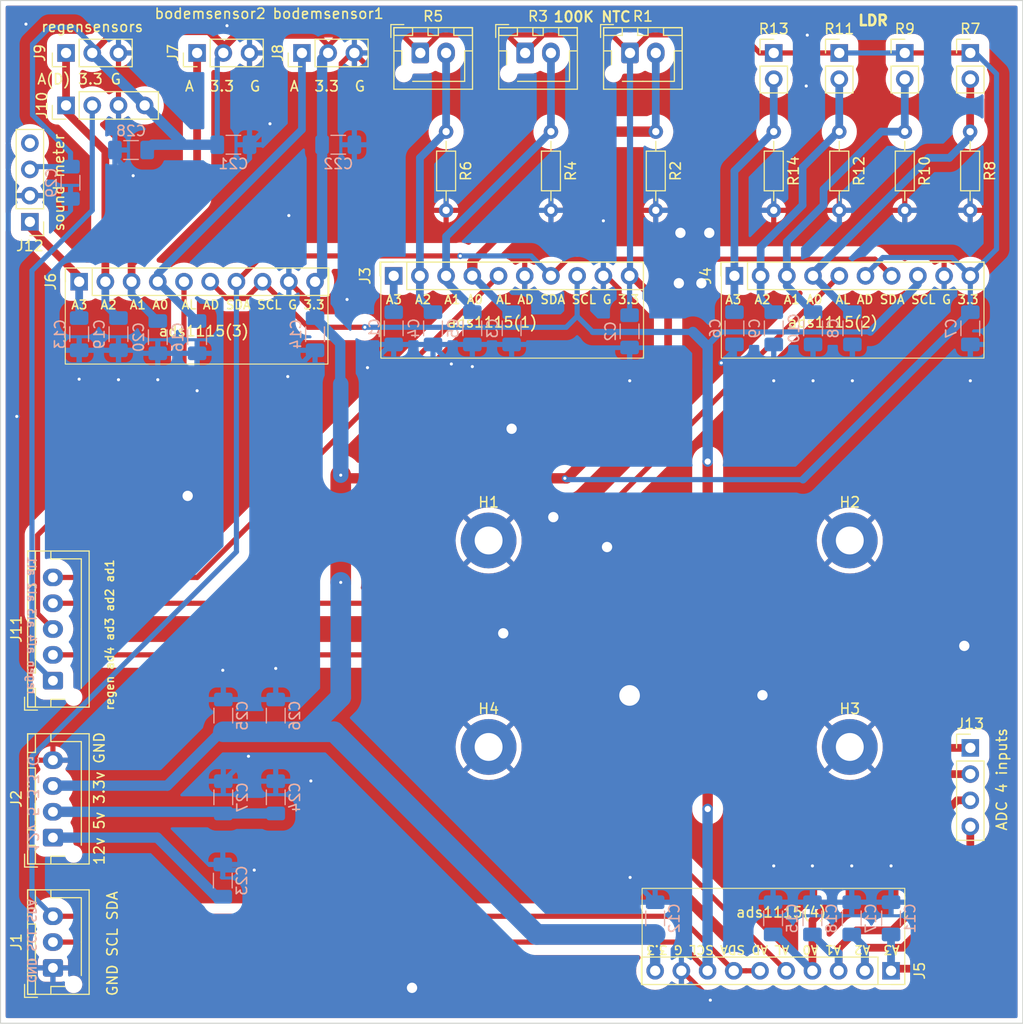
<source format=kicad_pcb>
(kicad_pcb (version 20240108) (generator "pcbnew") (generator_version "8.0")
  (layers (0 "F.Cu" signal) (31 "B.Cu" signal) (34 "B.Paste" user) (35 "F.Paste" user) (36 "B.SilkS" user "B.Silkscreen") (37 "F.SilkS" user "F.Silkscreen") (38 "B.Mask" user) (39 "F.Mask" user) (44 "Edge.Cuts" user))
  (net 0 "")
  (net 1 "GND")
  (net 2 "ADC-1 A3")
  (net 3 "+3.3V")
  (net 4 "ADC-1 A0")
  (net 5 "ADC-1 A2")
  (net 6 "ADC-1 A1")
  (net 7 "ADC-2 A3")
  (net 8 "ADC-2 A0")
  (net 9 "ADC-2 A2")
  (net 10 "ADC-2 A1")
  (net 11 "ADC-4 A3")
  (net 12 "ADC-3 A3")
  (net 13 "ADC-4 A0")
  (net 14 "ADC-3 A0")
  (net 15 "ADC-4 A2")
  (net 16 "ADC-4 A1")
  (net 17 "ADC-3 A2")
  (net 18 "ADC-3 A1")
  (net 19 "+12L")
  (net 20 "+5V")
  (net 21 "sda")
  (net 22 "scl")
  (net 23 "ADC1 alert")
  (net 24 "ADC2 alert")
  (net 25 "ADC4 alert")
  (net 26 "ADC3 alert")
  (net 27 "regen-digitaal")
  (footprint "MountingHole:MountingHole_2.7mm_M2.5_Pad" (layer "F.Cu") (at 95 85)
    (property "Reference" "H3")
    (property "Value" "MountingHole_Pad")
  )
  (footprint "Connector_PinHeader_2.54mm:PinHeader_1x02_P2.54mm_Vertical" (layer "F.Cu") (at 100.33 17.78)
    (property "Reference" "R9")
    (property "Value" "LDR07")
  )
  (footprint "Connector_JST:JST_XH_B5B-XH-AM_1x05_P2.50mm_Vertical" (layer "F.Cu") (at 17.78 78.58 90)
    (property "Reference" "J11")
    (property "Value" "adc_alerts")
  )
  (footprint "Connector_PinSocket_2.54mm:PinSocket_1x10_P2.54mm_Vertical" (layer "F.Cu") (at 20.32 39.935 90)
    (property "Reference" "J6")
    (property "Value" "ads1115 (3)")
  )
  (footprint "Connector_PinSocket_2.54mm:PinSocket_1x10_P2.54mm_Vertical" (layer "F.Cu") (at 98.9987 106.68 -90)
    (property "Reference" "J5")
    (property "Value" "ads1115 (4)")
  )
  (footprint "MountingHole:MountingHole_2.7mm_M2.5_Pad" (layer "F.Cu") (at 60 65)
    (property "Reference" "H1")
    (property "Value" "MountingHole_Pad")
  )
  (footprint "Resistor_THT:R_Axial_DIN0204_L3.6mm_D1.6mm_P7.62mm_Horizontal" (layer "F.Cu") (at 55.88 25.4 -90)
    (property "Reference" "R6")
    (property "Value" "220k")
  )
  (footprint "Connector_PinHeader_2.54mm:PinHeader_1x03_P2.54mm_Vertical" (layer "F.Cu") (at 41.91 17.78 90)
    (property "Reference" "J8")
    (property "Value" "bodemsensor1 pins")
  )
  (footprint "Connector_JST:JST_XH_B4B-XH-AM_1x04_P2.50mm_Vertical" (layer "F.Cu") (at 17.78 93.78 90)
    (property "Reference" "J2")
    (property "Value" "power-in")
  )
  (footprint "Connector_JST:JST_XH_B3B-XH-AM_1x03_P2.50mm_Vertical" (layer "F.Cu") (at 17.78 106.4 90)
    (property "Reference" "J1")
    (property "Value" "i2c in out")
  )
  (footprint "Connector_JST:JST_XH_B2B-XH-AM_1x02_P2.50mm_Vertical" (layer "F.Cu") (at 63.54 17.78)
    (property "Reference" "R3")
    (property "Value" "R_Variable")
  )
  (footprint "Resistor_THT:R_Axial_DIN0204_L3.6mm_D1.6mm_P7.62mm_Horizontal" (layer "F.Cu") (at 93.98 25.4 -90)
    (property "Reference" "R12")
    (property "Value" "100k")
  )
  (footprint "Connector_PinHeader_2.54mm:PinHeader_1x02_P2.54mm_Vertical" (layer "F.Cu") (at 106.68 17.78)
    (property "Reference" "R7")
    (property "Value" "LDR07")
  )
  (footprint "Resistor_THT:R_Axial_DIN0204_L3.6mm_D1.6mm_P7.62mm_Horizontal" (layer "F.Cu") (at 66.04 25.4 -90)
    (property "Reference" "R4")
    (property "Value" "220k")
  )
  (footprint "Connector_PinSocket_2.54mm:PinSocket_1x10_P2.54mm_Vertical" (layer "F.Cu") (at 83.82 39.37 90)
    (property "Reference" "J4")
    (property "Value" "ads1115 (2)")
  )
  (footprint "MountingHole:MountingHole_2.7mm_M2.5_Pad" (layer "F.Cu") (at 60 85)
    (property "Reference" "H4")
    (property "Value" "MountingHole_Pad")
  )
  (footprint "Connector_PinHeader_2.54mm:PinHeader_1x03_P2.54mm_Vertical" (layer "F.Cu") (at 31.75 17.78 90)
    (property "Reference" "J7")
    (property "Value" "bodemsensor2 pins")
  )
  (footprint "Connector_JST:JST_XH_B2B-XH-AM_1x02_P2.50mm_Vertical" (layer "F.Cu") (at 53.38 17.78)
    (property "Reference" "R5")
    (property "Value" "R_Variable")
  )
  (footprint "Connector_PinHeader_2.54mm:PinHeader_1x04_P2.54mm_Vertical" (layer "F.Cu") (at 106.68 85.09)
    (property "Reference" "J13")
    (property "Value" "ADC 4 inputs")
  )
  (footprint "Connector_PinHeader_2.54mm:PinHeader_1x04_P2.54mm_Vertical" (layer "F.Cu") (at 19.05 22.86 90)
    (property "Reference" "J10")
    (property "Value" "regensensor2 pins" (hide yes))
  )
  (footprint "Connector_PinSocket_2.54mm:PinSocket_1x10_P2.54mm_Vertical" (layer "F.Cu") (at 50.8 39.37 90)
    (property "Reference" "J3")
    (property "Value" "ads1115 (1)")
  )
  (footprint "Connector_JST:JST_XH_B2B-XH-AM_1x02_P2.50mm_Vertical" (layer "F.Cu") (at 73.7 17.78)
    (property "Reference" "R1")
    (property "Value" "R_Variable")
  )
  (footprint "Connector_PinHeader_2.54mm:PinHeader_1x03_P2.54mm_Vertical" (layer "F.Cu") (at 19.05 17.78 90)
    (property "Reference" "J9")
    (property "Value" "regensensor1 pins" (hide yes))
  )
  (footprint "MountingHole:MountingHole_2.7mm_M2.5_Pad" (layer "F.Cu") (at 95 65)
    (property "Reference" "H2")
    (property "Value" "MountingHole_Pad")
  )
  (footprint "Resistor_THT:R_Axial_DIN0204_L3.6mm_D1.6mm_P7.62mm_Horizontal" (layer "F.Cu") (at 100.33 25.4 -90)
    (property "Reference" "R10")
    (property "Value" "100k")
  )
  (footprint "Connector_PinHeader_2.54mm:PinHeader_1x04_P2.54mm_Vertical" (layer "F.Cu") (at 15.5448 34.1376 180)
    (property "Reference" "J12")
    (property "Value" "sound meter")
  )
  (footprint "Connector_PinHeader_2.54mm:PinHeader_1x02_P2.54mm_Vertical" (layer "F.Cu") (at 93.98 17.78)
    (property "Reference" "R11")
    (property "Value" "LDR07")
  )
  (footprint "Resistor_THT:R_Axial_DIN0204_L3.6mm_D1.6mm_P7.62mm_Horizontal" (layer "F.Cu") (at 76.2 25.4 -90)
    (property "Reference" "R2")
    (property "Value" "220k")
  )
  (footprint "Resistor_THT:R_Axial_DIN0204_L3.6mm_D1.6mm_P7.62mm_Horizontal" (layer "F.Cu") (at 87.63 25.4 -90)
    (property "Reference" "R14")
    (property "Value" "100k")
  )
  (footprint "Resistor_THT:R_Axial_DIN0204_L3.6mm_D1.6mm_P7.62mm_Horizontal" (layer "F.Cu") (at 106.66 25.4 -90)
    (property "Reference" "R8")
    (property "Value" "100k")
  )
  (footprint "Connector_PinHeader_2.54mm:PinHeader_1x02_P2.54mm_Vertical" (layer "F.Cu") (at 87.63 17.78)
    (property "Reference" "R13")
    (property "Value" "LDR07")
  )
  (footprint "Capacitor_SMD:C_1206_3216Metric_Pad1.33x1.80mm_HandSolder" (layer "B.Cu") (at 91.44 44.45 -90)
    (property "Reference" "C10")
    (property "Value" "100uf")
  )
  (footprint "Capacitor_SMD:C_1206_3216Metric_Pad1.33x1.80mm_HandSolder" (layer "B.Cu") (at 27.94 45.3075 -90)
    (property "Reference" "C20")
    (property "Value" "100uf")
  )
  (footprint "Capacitor_SMD:C_1206_3216Metric_Pad1.33x1.80mm_HandSolder" (layer "B.Cu") (at 50.8 44.45 -90)
    (property "Reference" "C1")
    (property "Value" "100uf")
  )
  (footprint "Capacitor_SMD:C_1206_3216Metric_Pad1.33x1.80mm_HandSolder" (layer "B.Cu") (at 87.63 44.45 -90)
    (property "Reference" "C9")
    (property "Value" "100uf")
  )
  (footprint "Capacitor_SMD:C_1206_3216Metric_Pad1.33x1.80mm_HandSolder" (layer "B.Cu") (at 43.18 45.015 -90)
    (property "Reference" "C14")
    (property "Value" "10uf")
  )
  (footprint "Capacitor_SMD:C_1206_3216Metric_Pad1.33x1.80mm_HandSolder" (layer "B.Cu") (at 54.61 44.45 -90)
    (property "Reference" "C4")
    (property "Value" "100uf")
  )
  (footprint "Capacitor_SMD:C_1206_3216Metric_Pad1.33x1.80mm_HandSolder" (layer "B.Cu") (at 35.2675 26.67)
    (property "Reference" "C21")
    (property "Value" "100nf")
  )
  (footprint "Capacitor_SMD:C_1206_3216Metric_Pad1.33x1.80mm_HandSolder" (layer "B.Cu") (at 34.29 81.965 90)
    (property "Reference" "C25")
    (property "Value" "100nf")
  )
  (footprint "Capacitor_SMD:C_1206_3216Metric_Pad1.33x1.80mm_HandSolder" (layer "B.Cu") (at 95.25 44.45 -90)
    (property "Reference" "C8")
    (property "Value" "100uf")
  )
  (footprint "Capacitor_SMD:C_1206_3216Metric_Pad1.33x1.80mm_HandSolder" (layer "B.Cu") (at 95.1887 101.6 90)
    (property "Reference" "C17")
    (property "Value" "100uf")
  )
  (footprint "Capacitor_SMD:C_1206_3216Metric_Pad1.33x1.80mm_HandSolder" (layer "B.Cu") (at 106.68 44.45 -90)
    (property "Reference" "C7")
    (property "Value" "10uf")
  )
  (footprint "Capacitor_SMD:C_1206_3216Metric_Pad1.33x1.80mm_HandSolder" (layer "B.Cu") (at 34.29 89.8775 90)
    (property "Reference" "C27")
    (property "Value" "100nf")
  )
  (footprint "Capacitor_SMD:C_1206_3216Metric_Pad1.33x1.80mm_HandSolder" (layer "B.Cu") (at 39.37 89.8775 90)
    (property "Reference" "C24")
    (property "Value" "10uf")
  )
  (footprint "Capacitor_SMD:C_1206_3216Metric_Pad1.33x1.80mm_HandSolder" (layer "B.Cu") (at 73.66 44.7425 -90)
    (property "Reference" "C2")
    (property "Value" "10uf")
  )
  (footprint "Capacitor_SMD:C_1206_3216Metric_Pad1.33x1.80mm_HandSolder" (layer "B.Cu") (at 19.4818 30.353 -90)
    (property "Reference" "C29")
    (property "Value" "100nf")
  )
  (footprint "Capacitor_SMD:C_1206_3216Metric_Pad1.33x1.80mm_HandSolder" (layer "B.Cu") (at 91.3787 101.6 90)
    (property "Reference" "C18")
    (property "Value" "100uf")
  )
  (footprint "Capacitor_SMD:C_1206_3216Metric_Pad1.33x1.80mm_HandSolder" (layer "B.Cu") (at 45.4275 26.67)
    (property "Reference" "C22")
    (property "Value" "100nf")
  )
  (footprint "Capacitor_SMD:C_1206_3216Metric_Pad1.33x1.80mm_HandSolder" (layer "B.Cu") (at 62.23 44.45 -90)
    (property "Reference" "C3")
    (property "Value" "100uf")
  )
  (footprint "Capacitor_SMD:C_1206_3216Metric_Pad1.33x1.80mm_HandSolder" (layer "B.Cu") (at 20.32 45.015 -90)
    (property "Reference" "C13")
    (property "Value" "100uf")
  )
  (footprint "Capacitor_SMD:C_1206_3216Metric_Pad1.33x1.80mm_HandSolder" (layer "B.Cu") (at 31.75 45.3075 -90)
    (property "Reference" "C16")
    (property "Value" "100uf")
  )
  (footprint "Capacitor_SMD:C_1206_3216Metric_Pad1.33x1.80mm_HandSolder" (layer "B.Cu") (at 98.9987 101.6 90)
    (property "Reference" "C11")
    (property "Value" "100uf")
  )
  (footprint "Capacitor_SMD:C_1206_3216Metric_Pad1.33x1.80mm_HandSolder" (layer "B.Cu") (at 39.37 81.965 90)
    (property "Reference" "C26")
    (property "Value" "10uf")
  )
  (footprint "Capacitor_SMD:C_1206_3216Metric_Pad1.33x1.80mm_HandSolder" (layer "B.Cu") (at 25.3492 27.178 180)
    (property "Reference" "C28")
    (property "Value" "100nf")
  )
  (footprint "Capacitor_SMD:C_1206_3216Metric_Pad1.33x1.80mm_HandSolder" (layer "B.Cu") (at 87.5687 101.6 90)
    (property "Reference" "C15")
    (property "Value" "100uf")
  )
  (footprint "Capacitor_SMD:C_1206_3216Metric_Pad1.33x1.80mm_HandSolder" (layer "B.Cu") (at 76.1387 101.6 90)
    (property "Reference" "C12")
    (property "Value" "10uf")
  )
  (footprint "Capacitor_SMD:C_1206_3216Metric_Pad1.33x1.80mm_HandSolder" (layer "B.Cu") (at 24.13 45.015 -90)
    (property "Reference" "C19")
    (property "Value" "100uf")
  )
  (footprint "Capacitor_SMD:C_1206_3216Metric_Pad1.33x1.80mm_HandSolder" (layer "B.Cu") (at 34.2392 97.9424 90)
    (property "Reference" "C23")
    (property "Value" "10uf")
  )
  (footprint "Capacitor_SMD:C_1206_3216Metric_Pad1.33x1.80mm_HandSolder" (layer "B.Cu") (at 58.42 44.45 -90)
    (property "Reference" "C5")
    (property "Value" "100uf")
  )
  (footprint "Capacitor_SMD:C_1206_3216Metric_Pad1.33x1.80mm_HandSolder" (layer "B.Cu") (at 83.82 44.45 -90)
    (property "Reference" "C6")
    (property "Value" "100uf")
  )
  (gr_rect (start 82.55 38.026728) (end 108.003358 47.34014) (stroke (width 0.1)) (fill none) (layer "F.SilkS"))
  (gr_rect (start 49.558095 38.026728) (end 75.011453 47.34014) (stroke (width 0.1)) (fill none) (layer "F.SilkS"))
  (gr_rect (start 18.974212 38.599482) (end 44.42757 47.912894) (stroke (width 0.1)) (fill none) (layer "F.SilkS"))
  (gr_rect (start 74.876642 98.695062) (end 100.33 108.008474) (stroke (width 0.1)) (fill none) (layer "F.SilkS"))
  (gr_rect (start 12.7 12.7) (end 111.76 111.76) (stroke (width 0.1)) (fill none) (layer "Edge.Cuts"))
  (gr_text "regen al4 al3 al2 al1" (at 15.24 80.01 270) (layer "B.SilkS") (effects (font (size 0.8 0.8) (thickness 0.15) (bold yes)) (justify left bottom mirror)))
  (gr_text "GND SCL SDA" (at 15.24 107.95 270) (layer "B.SilkS") (effects (font (size 0.8 0.8) (thickness 0.15) (bold yes)) (justify left bottom mirror)))
  (gr_text "12v 5 3.3 G\n" (at 15.24 95.25 270) (layer "B.SilkS") (effects (font (size 1 1) (thickness 0.15) (bold yes)) (justify left bottom mirror)))
  (gr_text "A3  A2  A1 A0  AL AD SDA SCL G 3.3\n" (at 74.676 42.164 0) (layer "F.SilkS") (effects (font (size 0.85 0.85) (thickness 0.15) (bold yes)) (justify right bottom)))
  (gr_text "bodemsensor2" (at 33.02 13.97 0) (layer "F.SilkS") (effects (font (size 1 1))))
  (gr_text "LDR" (at 95.693866 15.216392 0) (layer "F.SilkS") (effects (font (size 1 1) (thickness 0.25) (bold yes)) (justify left bottom)))
  (gr_text "GND SCL SDA" (at 24.13 109.22 90) (layer "F.SilkS") (effects (font (size 1 1) (thickness 0.15) (bold yes)) (justify left bottom)))
  (gr_text "ads1115(4)" (at 83.891608 101.6 -0) (layer "F.SilkS") (effects (font (size 1 1)) (justify left bottom)))
  (gr_text "12v 5v 3.3v GND" (at 22.86 96.52 90) (layer "F.SilkS") (effects (font (size 1 1) (thickness 0.15) (bold yes)) (justify left bottom)))
  (gr_text "ads1115(3)" (at 27.94 45.3075 0) (layer "F.SilkS") (effects (font (size 1 1)) (justify left bottom)))
  (gr_text "A  3.3  G" (at 30.48 21.59 0) (layer "F.SilkS") (effects (font (size 1 1) (thickness 0.15) (bold yes)) (justify left bottom)))
  (gr_text "A3  A2  A1 A0  AL AD SDA SCL G 3.3\n" (at 44.196 42.672 0) (layer "F.SilkS") (effects (font (size 0.85 0.85) (thickness 0.15) (bold yes)) (justify right bottom)))
  (gr_text "ads1115(1)" (at 55.88 44.45 0) (layer "F.SilkS") (effects (font (size 1 1)) (justify left bottom)))
  (gr_text "regensensors" (at 21.59 15.24 0) (layer "F.SilkS") (effects (font (size 1 1))))
  (gr_text "A(D) 3.3 G" (at 20.32 20.32 0) (layer "F.SilkS") (effects (font (size 1 1))))
  (gr_text "bodemsensor1" (at 44.45 13.97 0) (layer "F.SilkS") (effects (font (size 1 1))))
  (gr_text "A3  A2  A1 A0  AL AD SDA SCL G 3.3\n" (at 75.184 104.14 180) (layer "F.SilkS") (effects (font (size 0.85 0.85) (thickness 0.15) (bold yes)) (justify right bottom)))
  (gr_text "ads1115(2)" (at 88.9 44.45 0) (layer "F.SilkS") (effects (font (size 1 1)) (justify left bottom)))
  (gr_text "A3  A2  A1 A0  AL AD SDA SCL G 3.3\n" (at 107.569 42.164 0) (layer "F.SilkS") (effects (font (size 0.85 0.85) (thickness 0.15) (bold yes)) (justify right bottom)))
  (gr_text "A  3.3  G" (at 40.64 21.59 0) (layer "F.SilkS") (effects (font (size 1 1) (thickness 0.15) (bold yes)) (justify left bottom)))
  (gr_text "regen ad4 ad3 ad2 ad1" (at 23.749 81.534 90) (layer "F.SilkS") (effects (font (size 0.8 0.8) (thickness 0.15) (bold yes)) (justify left bottom)))
  (gr_text "100K NTC" (at 66.189807 14.866366 0) (layer "F.SilkS") (effects (font (size 1 1) (thickness 0.2)) (justify left bottom)))
  (segment (start 81.4832 109.5248) (end 81.4832 109.4232) (width 0.5) (layer "F.Cu") (net 1))
  (segment (start 46.99 17.78) (end 46.736 17.78) (width 0.5) (layer "F.Cu") (net 1))
  (segment (start 42.361 41.656) (end 40.64 39.935) (width 0.5) (layer "F.Cu") (net 1))
  (segment (start 46.99 17.78) (end 49.0728 19.8628) (width 0.5) (layer "F.Cu") (net 1))
  (segment (start 81.4832 109.4232) (end 78.74 106.68) (width 0.5) (layer "F.Cu") (net 1))
  (segment (start 72.644 40.64) (end 72.644 41.402) (width 0.5) (layer "F.Cu") (net 1))
  (segment (start 45.72 18.796) (end 45.72 20.32) (width 0.5) (layer "F.Cu") (net 1))
  (segment (start 46.228 41.656) (end 42.361 41.656) (width 0.5) (layer "F.Cu") (net 1))
  (segment (start 71.12 39.37) (end 71.374 39.37) (width 0.5) (layer "F.Cu") (net 1))
  (segment (start 46.736 17.78) (end 45.72 18.796) (width 0.5) (layer "F.Cu") (net 1))
  (segment (start 71.374 39.37) (end 72.644 40.64) (width 0.5) (layer "F.Cu") (net 1))
  (segment (start 78.74 106.68) (end 78.6787 106.68) (width 0.5) (layer "F.Cu") (net 1))
  (via (at 81.4832 109.5248) (size 0.6) (drill 0.3) (layers "F.Cu" "B.Cu") (net 1))
  (via (at 52.578 108.331) (size 1.4) (drill 1) (layers "F.Cu" "B.Cu") (net 1))
  (via (at 71.12 34.036) (size 0.6) (drill 0.3) (layers "F.Cu" "B.Cu") (net 1))
  (via (at 40.5384 49.1236) (size 0.6) (drill 0.3) (layers "F.Cu" "B.Cu") (net 1))
  (via (at 34.6456 15.1384) (size 0.6) (drill 0.3) (layers "F.Cu" "B.Cu") (net 1))
  (via (at 73.6735 49.53) (size 0.6) (drill 0.3) (layers "F.Cu" "B.Cu") (net 1))
  (via (at 82.55 47.8028) (size 0.6) (drill 0.3) (layers "F.Cu" "B.Cu") (net 1))
  (via (at 34.2392 77.5716) (size 0.6) (drill 0.3) (layers "F.Cu" "B.Cu") (net 1))
  (via (at 91.3787 96.52) (size 0.6) (drill 0.3) (layers "F.Cu" "B.Cu") (net 1))
  (via (at 42.7736 88.2904) (size 0.6) (drill 0.3) (layers "F.Cu" "B.Cu") (net 1))
  (via (at 95.25 49.53) (size 0.6) (drill 0.3) (layers "F.Cu" "B.Cu") (net 1))
  (via (at 38.8112 24.638) (size 0.6) (drill 0.3) (layers "F.Cu" "B.Cu") (net 1))
  (via (at 73.66 80.01) (size 3) (drill 2) (layers "F.Cu" "B.Cu") (net 1))
  (via (at 81.3816 35.2044) (size 1.4) (drill 1) (layers "F.Cu" "B.Cu") (net 1))
  (via (at 87.63 96.52) (size 0.6) (drill 0.3) (layers "F.Cu" "B.Cu") (net 1))
  (via (at 80.6196 40.0812) (size 1.4) (drill 1) (layers "F.Cu" "B.Cu") (net 1))
  (via (at 78.4352 40.0812) (size 1.4) (drill 1) (layers "F.Cu" "B.Cu") (net 1))
  (via (at 98.9987 96.52) (size 0.6) (drill 0.3) (layers "F.Cu" "B.Cu") (net 1))
  (via (at 36.7284 85.9028) (size 0.6) (drill 0.3) (layers "F.Cu" "B.Cu") (net 1))
  (via (at 30.8356 60.6806) (size 1.4) (drill 1) (layers "F.Cu" "B.Cu") (net 1))
  (via (at 95.1887 96.52) (size 0.6) (drill 0.3) (layers "F.Cu" "B.Cu") (net 1))
  (via (at 61.4172 73.9902) (size 1.4) (drill 1) (layers "F.Cu" "B.Cu") (net 1))
  (via (at 56.388 47.9044) (size 0.6) (drill 0.3) (layers "F.Cu" "B.Cu") (net 1))
  (via (at 106.0958 75.2094) (size 1.4) (drill 1) (layers "F.Cu" "B.Cu") (net 1))
  (via (at 24.13 49.4284) (size 0.6) (drill 0.3) (layers "F.Cu" "B.Cu") (net 1))
  (via (at 37.2872 96.9264) (size 0.6) (drill 0.3) (layers "F.Cu" "B.Cu") (net 1))
  (via (at 58.42 48.1584) (size 0.6) (drill 0.3) (layers "F.Cu" "B.Cu") (net 1))
  (via (at 25.5524 29.6672) (size 0.6) (drill 0.3) (layers "F.Cu" "B.Cu") (net 1))
  (via (at 14.2748 52.9844) (size 0.6) (drill 0.3) (layers "F.Cu" "B.Cu") (net 1))
  (via (at 62.23 54.1782) (size 1.4) (drill 1) (layers "F.Cu" "B.Cu") (net 1))
  (via (at 78.5876 35.2044) (size 1.4) (drill 1) (layers "F.Cu" "B.Cu") (net 1))
  (via (at 39.37 77.3938) (size 0.6) (drill 0.3) (layers "F.Cu" "B.Cu") (net 1))
  (via (at 90.7796 20.9804) (size 0.6) (drill 0.3) (layers "F.Cu" "B.Cu") (net 1))
  (via (at 66.2686 62.738) (size 1.4) (drill 1) (layers "F.Cu" "B.Cu") (net 1))
  (via (at 48.26 48.26) (size 0.6) (drill 0.3) (layers "F.Cu" "B.Cu") (net 1))
  (via (at 15.1638 14.986) (size 0.6) (drill 0.3) (layers "F.Cu" "B.Cu") (net 1))
  (via (at 86.5378 79.9846) (size 1.4) (drill 1) (layers "F.Cu" "B.Cu") (net 1))
  (via (at 31.75 50.4952) (size 0.6) (drill 0.3) (layers "F.Cu" "B.Cu") (net 1))
  (via (at 106.68 49.53) (size 0.6) (drill 0.3) (layers "F.Cu" "B.Cu") (net 1))
  (via (at 27.94 49.4284) (size 0.6) (drill 0.3) (layers "F.Cu" "B.Cu") (net 1))
  (via (at 87.63 49.53) (size 0.6) (drill 0.3) (layers "F.Cu" "B.Cu") (net 1))
  (via (at 90.8812 16.0528) (size 0.6) (drill 0.3) (layers "F.Cu" "B.Cu") (net 1))
  (via (at 73.7108 97.6376) (size 0.6) (drill 0.3) (layers "F.Cu" "B.Cu") (net 1))
  (via (at 40.64 33.528) (size 0.6) (drill 0.3) (layers "F.Cu" "B.Cu") (net 1))
  (via (at 71.4756 65.6336) (size 1.4) (drill 1) (layers "F.Cu" "B.Cu") (net 1))
  (via (at 91.44 49.53) (size 0.6) (drill 0.3) (layers "F.Cu" "B.Cu") (net 1))
  (via (at 20.32 49.3776) (size 0.6) (drill 0.3) (layers "F.Cu" "B.Cu") (net 1))
  (via (at 46.2788 41.656) (size 0.6) (drill 0.3) (layers "F.Cu" "B.Cu") (net 1))
  (segment (start 73.7388 97.6376) (end 76.1387 100.0375) (width 0.5) (layer "B.Cu") (net 1))
  (segment (start 73.7108 97.6376) (end 73.7388 97.6376) (width 0.5) (layer "B.Cu") (net 1))
  (segment (start 37.2733 96.9125) (end 34.29 96.9125) (width 0.5) (layer "B.Cu") (net 1))
  (segment (start 39.37 88.315) (end 42.749 88.315) (width 0.5) (layer "B.Cu") (net 1))
  (segment (start 95.1887 100.0375) (end 95.1887 96.52) (width 0.5) (layer "B.Cu") (net 1))
  (segment (start 24.13 46.5775) (end 24.13 49.4284) (width 0.5) (layer "B.Cu") (net 1))
  (segment (start 98.9987 96.52) (end 98.9987 100.0375) (width 0.5) (layer "B.Cu") (net 1))
  (segment (start 38.8112 24.638) (end 38.8112 24.6888) (width 0.5) (layer "B.Cu") (net 1))
  (segment (start 106.68 49.53) (end 106.68 46.0125) (width 0.5) (layer "B.Cu") (net 1))
  (segment (start 56.388 47.9044) (end 54.61 46.1264) (width 0.5) (layer "B.Cu") (net 1))
  (segment (start 87.5687 96.5813) (end 87.5687 100.0375) (width 0.5) (layer "B.Cu") (net 1))
  (segment (start 37.2872 96.9264) (end 37.2733 96.9125) (width 0.5) (layer "B.Cu") (net 1))
  (segment (start 40.6339 49.1236) (end 43.18 46.5775) (width 0.5) (layer "B.Cu") (net 1))
  (segment (start 27.94 46.87) (end 27.94 49.4284) (width 0.5) (layer "B.Cu") (net 1))
  (segment (start 25.5524 29.6672) (end 23.8375 27.9523) (width 0.5) (layer "B.Cu") (net 1))
  (segment (start 42.749 88.315) (end 42.7736 88.2904) (width 0.5) (layer "B.Cu") (net 1))
  (segment (start 73.6735 46.3185) (end 73.66 46.305) (width 0.5) (layer "B.Cu") (net 1))
  (segment (start 20.32 46.5775) (end 20.32 49.3776) (width 0.5) (layer "B.Cu") (net 1))
  (segment (start 91.3787 96.52) (end 91.3787 100.0375) (width 0.5) (layer "B.Cu") (net 1))
  (segment (start 31.75 50.4952) (end 31.75 46.87) (width 0.5) (layer "B.Cu") (net 1))
  (segment (start 34.3162 88.315) (end 34.29 88.315) (width 0.5) (layer "B.Cu") (net 1))
  (segment (start 87.63 96.52) (end 87.5687 96.5813) (width 0.5) (layer "B.Cu") (net 1))
  (segment (start 36.7284 85.9028) (end 34.3162 88.315) (width 0.5) (layer "B.Cu") (net 1))
  (segment (start 50.5075 46.0125) (end 50.8 46.0125) (width 0.5) (layer "B.Cu") (net 1))
  (segment (start 91.44 49.53) (end 91.44 46.0125) (width 0.5) (layer "B.Cu") (net 1))
  (segment (start 87.63 49.53) (end 87.63 46.0125) (width 0.5) (layer "B.Cu") (net 1))
  (segment (start 39.37 77.3938) (end 39.37 80.4025) (width 0.5) (layer "B.Cu") (net 1))
  (segment (start 23.8375 27.9523) (end 23.8375 27.94) (width 0.5) (layer "B.Cu") (net 1))
  (segment (start 83.82 46.5328) (end 83.82 46.0125) (width 0.5) (layer "B.Cu") (net 1))
  (segment (start 54.61 46.1264) (end 54.61 46.0125) (width 0.5) (layer "B.Cu") (net 1))
  (segment (start 71.12 39.37) (end 71.12 34.036) (width 0.5) (layer "B.Cu") (net 1))
  (segment (start 34.29 77.6224) (end 34.29 80.4025) (width 0.5) (layer "B.Cu") (net 1))
  (segment (start 34.2392 77.5716) (end 34.29 77.6224) (width 0.5) (layer "B.Cu") (net 1))
  (segment (start 82.55 47.8028) (end 83.82 46.5328) (width 0.5) (layer "B.Cu") (net 1))
  (segment (start 40.64 39.935) (end 40.64 33.528) (width 0.5) (layer "B.Cu") (net 1))
  (segment (start 73.6735 49.53) (end 73.6735 46.3185) (width 0.5) (layer "B.Cu") (net 1))
  (segment (start 40.5384 49.1236) (end 40.6339 49.1236) (width 0.5) (layer "B.Cu") (net 1))
  (segment (start 38.8112 24.6888) (end 36.83 26.67) (width 0.5) (layer "B.Cu") (net 1))
  (segment (start 95.25 49.53) (end 95.25 46.0125) (width 0.5) (layer "B.Cu") (net 1))
  (segment (start 48.26 48.26) (end 50.5075 46.0125) (width 0.5) (layer "B.Cu") (net 1))
  (segment (start 50.8 42.8875) (end 50.8 39.37) (width 0.75) (layer "B.Cu") (net 2))
  (segment (start 77.3938 42.9006) (end 73.8632 39.37) (width 0.75) (layer "F.Cu") (net 3))
  (segment (start 43.4248 16.0274) (end 51.6274 16.0274) (width 0.5) (layer "F.Cu") (net 3))
  (segment (start 45.3644 16.2052) (end 45.3644 16.1544) (width 0.5) (layer "F.Cu") (net 3))
  (segment (start 44.45 17.1196) (end 45.3644 16.2052) (width 0.5) (layer "F.Cu") (net 3))
  (segment (start 35.5346 16.0274) (end 34.29 17.272) (width 0.75) (layer "F.Cu") (net 3))
  (segment (start 71.948 16.028) (end 65.292 16.028) (width 0.5) (layer "F.Cu") (net 3))
  (segment (start 87.63 17.78) (end 86.28 17.78) (width 0.5) (layer "F.Cu") (net 3))
  (segment (start 73.7 17.78) (end 71.948 16.028) (width 0.5) (layer "F.Cu") (net 3))
  (segment (start 55.1308 16.0274) (end 55.1317 16.0283) (width 0.5) (layer "F.Cu") (net 3))
  (segment (start 67.5894 58.9788) (end 77.3938 49.1744) (width 1) (layer "F.Cu") (net 3))
  (segment (start 43.4248 16.0274) (end 44.45 17.0526) (width 0.5) (layer "F.Cu") (net 3))
  (segment (start 34.29 17.272) (end 34.29 17.78) (width 0.75) (layer "F.Cu") (net 3))
  (segment (start 65.2917 16.0283) (end 65.292 16.028) (width 0.5) (layer "F.Cu") (net 3))
  (segment (start 77.3938 49.1744) (end 77.3938 42.9006) (width 0.75) (layer "F.Cu") (net 3))
  (segment (start 73.7 17.78) (end 75.4525 16.0275) (width 0.5) (layer "F.Cu") (net 3))
  (segment (start 106.68 17.78) (end 100.33 17.78) (width 0.5) (layer "F.Cu") (net 3))
  (segment (start 32.9692 15.748) (end 23.622 15.748) (width 0.6) (layer "F.Cu") (net 3))
  (segment (start 53.38 17.78) (end 55.1317 16.0283) (width 0.5) (layer "F.Cu") (net 3))
  (segment (start 67.3862 58.9788) (end 45.974 58.9788) (width 1) (layer "F.Cu") (net 3))
  (segment (start 61.7883 16.0283) (end 63.54 17.78) (width 0.5) (layer "F.Cu") (net 3))
  (segment (start 73.8632 39.37) (end 73.66 39.37) (width 0.5) (layer "F.Cu") (net 3))
  (segment (start 51.6274 16.0274) (end 53.38 17.78) (width 0.5) (layer "F.Cu") (net 3))
  (segment (start 65.292 16.028) (end 63.54 17.78) (width 0.5) (layer "F.Cu") (net 3))
  (segment (start 67.3862 58.9788) (end 67.5894 58.9788) (width 1) (layer "F.Cu") (net 3))
  (segment (start 51.6274 16.0274) (end 55.1308 16.0274) (width 0.5) (layer "F.Cu") (net 3))
  (segment (start 34.29 17.0688) (end 32.9692 15.748) (width 0.75) (layer "F.Cu") (net 3))
  (segment (start 44.45 17.78) (end 44.45 17.1196) (width 0.5) (layer "F.Cu") (net 3))
  (segment (start 84.5275 16.0275) (end 86.28 17.78) (width 0.5) (layer "F.Cu") (net 3))
  (segment (start 45.974 58.9788) (end 45.6692 58.674) (width 1) (layer "F.Cu") (net 3))
  (segment (start 45.6692 69.0626) (end 45.6692 58.674) (width 2) (layer "F.Cu") (net 3))
  (segment (start 93.98 17.78) (end 87.63 17.78) (width 0.5) (layer "F.Cu") (net 3))
  (segment (start 61.7883 16.0283) (end 65.2917 16.0283) (width 0.5) (layer "F.Cu") (net 3))
  (segment (start 44.45 17.0526) (end 44.45 17.78) (width 0.5) (layer "F.Cu") (net 3))
  (segment (start 34.29 17.78) (end 34.29 17.0688) (width 0.5) (layer "F.Cu") (net 3))
  (segment (start 43.4248 16.0274) (end 35.5346 16.0274) (width 0.75) (layer "F.Cu") (net 3))
  (segment (start 23.622 15.748) (end 21.59 17.78) (width 0.6) (layer "F.Cu") (net 3))
  (segment (start 55.1317 16.0283) (end 61.7883 16.0283) (width 0.5) (layer "F.Cu") (net 3))
  (segment (start 75.4525 16.0275) (end 84.5275 16.0275) (width 0.5) (layer "F.Cu") (net 3))
  (via (at 67.3862 58.9788) (size 0.6) (drill 0.3) (layers "F.Cu" "B.Cu") (net 3))
  (via (at 45.6692 69.0626) (size 0.6) (drill 0.3) (layers "F.Cu" "B.Cu") (net 3))
  (via (at 45.6692 58.674) (size 0.6) (drill 0.3) (layers "F.Cu" "B.Cu") (net 3))
  (segment (start 90.4617 59.1058) (end 106.68 42.8875) (width 0.75) (layer "B.Cu") (net 3))
  (segment (start 15.7988 23.7744) (end 15.7988 16.9418) (width 0.5) (layer "B.Cu") (net 3))
  (segment (start 17.8124 88.7476) (end 17.78 88.78) (width 0.5) (layer "B.Cu") (net 3))
  (segment (start 19.4818 27.4574) (end 15.7988 23.7744) (width 0.5) (layer "B.Cu") (net 3))
  (segment (start 21.59 17.0434) (end 21.59 17.78) (width 0.5) (layer "B.Cu") (net 3))
  (segment (start 73.66 39.37) (end 73.66 43.18) (width 0.5) (layer "B.Cu") (net 3))
  (segment (start 106.68 39.3192) (end 109.22 36.7792) (width 0.5) (layer "B.Cu") (net 3))
  (segment (start 26.67 22.86) (end 21.59 17.78) (width 1) (layer "B.Cu") (net 3))
  (segment (start 27.4197 26.67) (end 26.9117 27.178) (width 1) (layer "B.Cu") (net 3))
  (segment (start 67.5132 59.1058) (end 90.4617 59.1058) (width 0.5) (layer "B.Cu") (net 3))
  (segment (start 43.865 18.365) (end 43.865 26.67) (width 1) (layer "B.Cu") (net 3))
  (segment (start 106.68 39.37) (end 106.68 39.3192) (width 0.5) (layer "B.Cu") (net 3))
  (segment (start 76.1387 103.1625) (end 76.1387 106.68) (width 1) (layer "B.Cu") (net 3))
  (segment (start 107.188 17.78) (end 106.68 17.78) (width 0.5) (layer "B.Cu") (net 3))
  (segment (start 15.8119 28.7905) (end 15.5448 29.0576) (width 0.5) (layer "B.Cu") (net 3))
  (segment (start 43.18 39.935) (end 43.18 43.4525) (width 1) (layer "B.Cu") (net 3))
  (segment (start 96.52 39.37) (end 96.52 39.2684) (width 0.5) (layer "B.Cu") (net 3))
  (segment (start 26.9117 27.178) (end 26.9117 27.432) (width 1) (layer "B.Cu") (net 3))
  (segment (start 42.3164 83.5275) (end 45.0211 83.5275) (width 2) (layer "B.Cu") (net 3))
  (segment (start 15.7988 16.9418) (end 17.4498 15.2908) (width 0.5) (layer "B.Cu") (net 3))
  (segment (start 104.902 37.592) (end 106.68 39.37) (width 0.5) (layer "B.Cu") (net 3))
  (segment (start 73.7 17.78) (end 73.7 39.33) (width 0.6) (layer "B.Cu") (net 3))
  (segment (start 17.4498 15.2908) (end 19.8374 15.2908) (width 0.5) (layer "B.Cu") (net 3))
  (segment (start 45.6184 45.8909) (end 43.18 43.4525) (width 1) (layer "B.Cu") (net 3))
  (segment (start 42.3164 83.5275) (end 39.37 83.5275) (width 2) (layer "B.Cu") (net 3))
  (segment (start 45.6692 49.8348) (end 45.6184 49.784) (width 1) (layer "B.Cu") (net 3))
  (segment (start 34.29 83.5275) (end 34.0745 83.5275) (width 0.5) (layer "B.Cu") (net 3))
  (segment (start 45.6692 80.1747) (end 42.3164 83.5275) (width 2) (layer "B.Cu") (net 3))
  (segment (start 98.1964 37.592) (end 104.902 37.592) (width 0.5) (layer "B.Cu") (net 3))
  (segment (start 45.6692 69.0626) (end 45.6692 80.1747) (width 2) (layer "B.Cu") (net 3))
  (segment (start 109.22 19.812) (end 107.188 17.78) (width 0.5) (layer "B.Cu") (net 3))
  (segment (start 109.22 36.7792) (end 109.22 19.812) (width 0.5) (layer "B.Cu") (net 3))
  (segment (start 33.705 26.67) (end 27.4197 26.67) (width 1) (layer "B.Cu") (net 3))
  (segment (start 33.705 18.365) (end 34.29 17.78) (width 0.5) (layer "B.Cu") (net 3))
  (segment (start 39.37 83.5275) (end 34.29 83.5275) (width 2) (layer "B.Cu") (net 3))
  (segment (start 43.865 26.67) (end 43.865 39.25) (width 1) (layer "B.Cu") (net 3))
  (segment (start 67.3862 58.9788) (end 67.5132 59.1058) (width 0.5) (layer "B.Cu") (net 3))
  (segment (start 96.52 39.2684) (end 98.1964 37.592) (width 0.5) (layer "B.Cu") (net 3))
  (segment (start 64.6561 103.1625) (end 76.1387 103.1625) (width 2) (layer "B.Cu") (net 3))
  (segment (start 45.6692 58.674) (end 45.6692 49.8348) (width 1.5) (layer "B.Cu") (net 3))
  (segment (start 33.705 26.67) (end 33.705 18.365) (width 0.5) (layer "B.Cu") (net 3))
  (segment (start 43.865 39.25) (end 43.18 39.935) (width 0.5) (layer "B.Cu") (net 3))
  (segment (start 45.0211 83.5275) (end 64.6561 103.1625) (width 2) (layer "B.Cu") (net 3))
  (segment (start 28.8544 88.7476) (end 17.8124 88.7476) (width 1) (layer "B.Cu") (net 3))
  (segment (start 34.0745 83.5275) (end 28.8544 88.7476) (width 1) (layer "B.Cu") (net 3))
  (segment (start 19.8374 15.2908) (end 21.59 17.0434) (width 0.5) (layer "B.Cu") (net 3))
  (segment (start 45.6184 49.784) (end 45.6184 45.8909) (width 1) (layer "B.Cu") (net 3))
  (segment (start 93.98 17.78) (end 100.33 17.78) (width 0.5) (layer "B.Cu") (net 3))
  (segment (start 73.7 39.33) (end 73.66 39.37) (width 0.6) (layer "B.Cu") (net 3))
  (segment (start 44.45 17.78) (end 43.865 18.365) (width 0.75) (layer "B.Cu") (net 3))
  (segment (start 19.4818 28.7905) (end 15.8119 28.7905) (width 0.5) (layer "B.Cu") (net 3))
  (segment (start 19.4818 28.7905) (end 19.4818 27.4574) (width 0.5) (layer "B.Cu") (net 3))
  (segment (start 26.9117 27.432) (end 26.9625 27.4828) (width 1) (layer "B.Cu") (net 3))
  (segment (start 106.68 42.8875) (end 106.68 39.37) (width 0.5) (layer "B.Cu") (net 3))
  (segment (start 30.48 26.67) (end 26.67 22.86) (width 1) (layer "B.Cu") (net 3))
  (segment (start 31.242 26.67) (end 30.48 26.67) (width 0.5) (layer "B.Cu") (net 3))
  (segment (start 58.42 38.0492) (end 58.42 39.37) (width 1) (layer "F.Cu") (net 4))
  (segment (start 71.0692 25.4) (end 58.42 38.0492) (width 0.75) (layer "F.Cu") (net 4))
  (segment (start 76.2 25.4) (end 71.0692 25.4) (width 1) (layer "F.Cu") (net 4))
  (segment (start 76.2 17.78) (end 76.2 25.4) (width 0.75) (layer "B.Cu") (net 4))
  (segment (start 61.9375 42.8875) (end 58.42 39.37) (width 0.75) (layer "B.Cu") (net 4))
  (segment (start 62.23 42.8875) (end 61.9375 42.8875) (width 0.75) (layer "B.Cu") (net 4))
  (segment (start 55.88 25.4) (end 53.34 27.94) (width 0.75) (layer "B.Cu") (net 5))
  (segment (start 55.88 17.78) (end 55.88 25.4) (width 0.75) (layer "B.Cu") (net 5))
  (segment (start 53.34 41.6175) (end 53.34 39.37) (width 0.75) (layer "B.Cu") (net 5))
  (segment (start 54.61 42.8875) (end 53.34 41.6175) (width 0.75) (layer "B.Cu") (net 5))
  (segment (start 53.34 27.94) (end 53.34 39.37) (width 0.75) (layer "B.Cu") (net 5))
  (segment (start 58.42 42.4688) (end 55.88 39.9288) (width 0.75) (layer "B.Cu") (net 6))
  (segment (start 58.42 42.8875) (end 58.42 42.4688) (width 0.75) (layer "B.Cu") (net 6))
  (segment (start 66.04 25.4) (end 66.04 17.78) (width 0.75) (layer "B.Cu") (net 6))
  (segment (start 55.88 39.37) (end 55.88 35.56) (width 0.75) (layer "B.Cu") (net 6))
  (segment (start 55.88 35.56) (end 66.04 25.4) (width 0.75) (layer "B.Cu") (net 6))
  (segment (start 55.88 39.9288) (end 55.88 39.37) (width 0.75) (layer "B.Cu") (net 6))
  (segment (start 87.63 25.4) (end 87.63 20.32) (width 0.75) (layer "B.Cu") (net 7))
  (segment (start 83.82 42.8875) (end 83.82 39.37) (width 0.75) (layer "B.Cu") (net 7))
  (segment (start 83.82 29.21) (end 87.63 25.4) (width 0.75) (layer "B.Cu") (net 7))
  (segment (start 83.82 39.37) (end 83.82 29.21) (width 0.75) (layer "B.Cu") (net 7))
  (segment (start 106.66 22.0667) (end 106.68 22.0467) (width 0.75) (layer "F.Cu") (net 8))
  (segment (start 106.66 25.4) (end 106.66 22.0667) (width 0.75) (layer "F.Cu") (net 8))
  (segment (start 106.68 20.32) (end 106.68 22.0467) (width 0.75) (layer "F.Cu") (net 8))
  (segment (start 106.66 25.928) (end 106.66 25.4) (width 0.75) (layer "B.Cu") (net 8))
  (segment (start 95.25 42.8875) (end 94.9575 42.8875) (width 0.75) (layer "B.Cu") (net 8))
  (segment (start 104.648 27.94) (end 106.66 25.928) (width 0.75) (layer "B.Cu") (net 8))
  (segment (start 91.44 39.116) (end 102.616 27.94) (width 0.75) (layer "B.Cu") (net 8))
  (segment (start 91.44 39.37) (end 91.44 39.116) (width 0.75) (layer "B.Cu") (net 8))
  (segment (start 102.616 27.94) (end 104.648 27.94) (width 0.75) (layer "B.Cu") (net 8))
  (segment (start 94.9575 42.8875) (end 91.44 39.37) (width 0.75) (layer "B.Cu") (net 8))
  (segment (start 93.98 25.2024) (end 93.98 25.2984) (width 0.75) (layer "B.Cu") (net 9))
  (segment (start 93.98 25.2984) (end 90.424 28.8544) (width 0.75) (layer "B.Cu") (net 9))
  (segment (start 87.63 42.8875) (end 86.36 41.6175) (width 0.75) (layer "B.Cu") (net 9))
  (segment (start 90.424 28.8544) (end 90.424 32.512) (width 0.75) (layer "B.Cu") (net 9))
  (segment (start 86.36 41.6175) (end 86.36 39.37) (width 0.75) (layer "B.Cu") (net 9))
  (segment (start 86.36 36.7736) (end 86.36 39.37) (width 0.75) (layer "B.Cu") (net 9))
  (segment (start 93.98 25.4) (end 93.98 20.32) (width 0.75) (layer "B.Cu") (net 9))
  (segment (start 90.424 32.512) (end 86.36 36.576) (width 0.75) (layer "B.Cu") (net 9))
  (segment (start 100.33 25.4) (end 100.33 20.32) (width 0.75) (layer "B.Cu") (net 10))
  (segment (start 98.044 25.4) (end 92.456 30.988) (width 0.75) (layer "B.Cu") (net 10))
  (segment (start 88.9 36.068) (end 88.9 39.37) (width 0.75) (layer "B.Cu") (net 10))
  (segment (start 92.456 30.988) (end 92.456 32.512) (width 0.75) (layer "B.Cu") (net 10))
  (segment (start 100.33 25.4) (end 98.044 25.4) (width 0.75) (layer "B.Cu") (net 10))
  (segment (start 88.9 40.3475) (end 88.9 39.37) (width 0.75) (layer "B.Cu") (net 10))
  (segment (start 92.456 32.512) (end 88.9 36.068) (width 0.75) (layer "B.Cu") (net 10))
  (segment (start 91.44 42.8875) (end 88.9 40.3475) (width 0.75) (layer "B.Cu") (net 10))
  (segment (start 99.2019 106.4768) (end 98.9987 106.68) (width 0.75) (layer "F.Cu") (net 11))
  (segment (start 106.68 103.6828) (end 103.886 106.4768) (width 0.75) (layer "F.Cu") (net 11))
  (segment (start 106.68 92.71) (end 106.68 103.6828) (width 0.75) (layer "F.Cu") (net 11))
  (segment (start 103.886 106.4768) (end 99.2019 106.4768) (width 0.75) (layer "F.Cu") (net 11))
  (segment (start 98.9987 103.1625) (end 98.9987 106.68) (width 0.75) (layer "B.Cu") (net 11))
  (segment (start 20.32 39.4462) (end 20.32 39.935) (width 0.75) (layer "F.Cu") (net 12))
  (segment (start 15.5448 34.671) (end 20.32 39.4462) (width 0.75) (layer "F.Cu") (net 12))
  (segment (start 15.5448 34.1376) (end 15.5448 34.671) (width 0.75) (layer "F.Cu") (net 12))
  (segment (start 20.32 43.4525) (end 20.32 39.935) (width 0.75) (layer "B.Cu") (net 12))
  (segment (start 91.3787 106.68) (end 91.3787 101.8137) (width 0.75) (layer "F.Cu") (net 13))
  (segment (start 93.218 99.9744) (end 93.218 94.0308) (width 0.75) (layer "F.Cu") (net 13))
  (segment (start 91.3787 101.8137) (end 93.218 99.9744) (width 0.75) (layer "F.Cu") (net 13))
  (segment (start 102.1588 85.09) (end 106.68 85.09) (width 0.75) (layer "F.Cu") (net 13))
  (segment (start 93.218 94.0308) (end 102.1588 85.09) (width 0.75) (layer "F.Cu") (net 13))
  (segment (start 87.8612 103.1625) (end 91.3787 106.68) (width 0.75) (layer "B.Cu") (net 13))
  (segment (start 87.5687 103.1625) (end 87.8612 103.1625) (width 0.75) (layer "B.Cu") (net 13))
  (segment (start 27.94 39.935) (end 27.94 39.1668) (width 0.75) (layer "B.Cu") (net 14))
  (segment (start 31.75 43.745) (end 27.94 39.935) (width 0.75) (layer "B.Cu") (net 14))
  (segment (start 27.94 39.1668) (end 41.91 25.1968) (width 0.75) (layer "B.Cu") (net 14))
  (segment (start 41.91 25.1968) (end 41.91 17.78) (width 0.75) (layer "B.Cu") (net 14))
  (segment (start 96.4692 104.4448) (end 100.1268 104.4448) (width 0.75) (layer "F.Cu") (net 15))
  (segment (start 96.4587 106.68) (end 96.4692 106.6695) (width 0.75) (layer "F.Cu") (net 15))
  (segment (start 105.41 90.17) (end 106.68 90.17) (width 0.75) (layer "F.Cu") (net 15))
  (segment (start 96.4692 106.6695) (end 96.4692 104.4448) (width 0.75) (layer "F.Cu") (net 15))
  (segment (start 102.9716 92.6084) (end 105.41 90.17) (width 0.75) (layer "F.Cu") (net 15))
  (segment (start 100.1268 104.4448) (end 102.9716 101.6) (width 0.75) (layer "F.Cu") (net 15))
  (segment (start 102.9716 101.6) (end 102.9716 92.6084) (width 0.75) (layer "F.Cu") (net 15))
  (segment (start 96.4587 104.4325) (end 96.4587 106.68) (width 0.75) (layer "B.Cu") (net 15))
  (segment (start 95.1887 103.1625) (end 96.4587 104.4325) (width 0.75) (layer "B.Cu") (net 15))
  (segment (start 101.092 100.7872) (end 99.1108 102.7684) (width 0.75) (layer "F.Cu") (net 16))
  (segment (start 106.68 87.63) (end 103.7844 87.63) (width 0.75) (layer "F.Cu") (net 16))
  (segment (start 101.092 90.3224) (end 101.092 100.7872) (width 0.75) (layer "F.Cu") (net 16))
  (segment (start 95.6564 102.7684) (end 93.9187 104.5061) (width 0.75) (layer "F.Cu") (net 16))
  (segment (start 103.7844 87.63) (end 101.092 90.3224) (width 0.75) (layer "F.Cu") (net 16))
  (segment (start 99.1108 102.7684) (end 95.6564 102.7684) (width 0.75) (layer "F.Cu") (net 16))
  (segment (start 93.9187 104.5061) (end 93.9187 106.68) (width 0.75) (layer "F.Cu") (net 16))
  (segment (start 93.9187 106.68) (end 93.9187 104.9533) (width 0.75) (layer "B.Cu") (net 16))
  (segment (start 93.1695 104.9533) (end 93.9187 104.9533) (width 0.75) (layer "B.Cu") (net 16))
  (segment (start 91.3787 103.1625) (end 93.1695 104.9533) (width 0.75) (layer "B.Cu") (net 16))
  (segment (start 22.86 39.935) (end 22.86 27.2796) (width 0.75) (layer "F.Cu") (net 17))
  (segment (start 19.05 22.86) (end 19.05 17.78) (width 0.75) (layer "F.Cu") (net 17))
  (segment (start 22.86 27.2796) (end 19.05 23.4696) (width 0.75) (layer "F.Cu") (net 17))
  (segment (start 19.05 23.4696) (end 19.05 22.86) (width 0.75) (layer "F.Cu") (net 17))
  (segment (start 22.86 42.1825) (end 22.86 39.935) (width 0.75) (layer "B.Cu") (net 17))
  (segment (start 24.13 43.4525) (end 22.86 42.1825) (width 0.75) (layer "B.Cu") (net 17))
  (segment (start 31.75 31.8583) (end 25.4 38.2083) (width 0.75) (layer "F.Cu") (net 18))
  (segment (start 25.4 39.935) (end 25.4 38.2083) (width 0.75) (layer "F.Cu") (net 18))
  (segment (start 31.75 17.78) (end 31.75 31.8583) (width 0.75) (layer "F.Cu") (net 18))
  (segment (start 25.4 41.205) (end 25.4 39.935) (width 0.75) (layer "B.Cu") (net 18))
  (segment (start 27.94 43.745) (end 25.4 41.205) (width 0.75) (layer "B.Cu") (net 18))
  (segment (start 27.8924 93.78) (end 17.78 93.78) (width 1) (layer "B.Cu") (net 19))
  (segment (start 33.6173 99.5049) (end 27.8924 93.78) (width 1) (layer "B.Cu") (net 19))
  (segment (start 34.2392 99.5049) (end 33.6173 99.5049) (width 1) (layer "B.Cu") (net 19))
  (segment (start 39.37 91.44) (end 34.29 91.44) (width 1) (layer "B.Cu") (net 20))
  (segment (start 34.13 91.28) (end 17.78 91.28) (width 1) (layer "B.Cu") (net 20))
  (segment (start 34.29 91.44) (end 34.13 91.28) (width 0.5) (layer "B.Cu") (net 20))
  (segment (start 78.4787 101.4) (end 17.78 101.4) (width 0.5) (layer "F.Cu") (net 21))
  (segment (start 57.2516 37.4396) (end 38.0554 37.4396) (width 0.5) (layer "F.Cu") (net 21))
  (segment (start 38.0554 37.4396) (end 35.56 39.935) (width 0.5) (layer "F.Cu") (net 21))
  (segment (start 83.7587 106.68) (end 84.9487 106.68) (width 0.5) (layer "F.Cu") (net 21))
  (segment (start 83.7587 106.68) (end 78.4787 101.4) (width 0.5) (layer "F.Cu") (net 21))
  (segment (start 86.2987 106.68) (end 84.9487 106.68) (width 0.5) (layer "F.Cu") (net 21))
  (segment (start 66.04 39.37) (end 67.6559 37.7541) (width 0.5) (layer "F.Cu") (net 21))
  (segment (start 67.6559 37.7541) (end 97.4441 37.7541) (width 0.5) (layer "F.Cu") (net 21))
  (segment (start 97.4441 37.7541) (end 99.06 39.37) (width 0.5) (layer "F.Cu") (net 21))
  (via (at 57.2516 37.4396) (size 0.6) (drill 0.3) (layers "F.Cu" "B.Cu") (net 21))
  (segment (start 15.748 85.9028) (end 15.748 99.3648) (width 0.5) (layer "B.Cu") (net 21))
  (segment (start 57.2516 37.4396) (end 64.1096 37.4396) (width 0.5) (layer "B.Cu") (net 21))
  (segment (start 15.748 99.3648) (end 17.78 101.3968) (width 0.5) (layer "B.Cu") (net 21))
  (segment (start 64.1096 37.4396) (end 66.04 39.37) (width 0.5) (layer "B.Cu") (net 21))
  (segment (start 35.56 66.0908) (end 15.748 85.9028) (width 0.5) (layer "B.Cu") (net 21))
  (segment (start 17.78 101.3968) (end 17.78 101.4) (width 0.5) (layer "B.Cu") (net 21))
  (segment (start 35.56 39.935) (end 35.56 66.0908) (width 0.5) (layer "B.Cu") (net 21))
  (segment (start 17.78 103.9) (end 78.4387 103.9) (width 0.5) (layer "F.Cu") (net 22))
  (segment (start 78.4387 103.9) (end 81.2187 106.68) (width 0.5) (layer "F.Cu") (net 22))
  (segment (start 38.0938 39.935) (end 36.4744 41.5544) (width 0.5) (layer "F.Cu") (net 22))
  (segment (start 38.1 39.935) (end 38.0938 39.935) (width 0.5) (layer "F.Cu") (net 22))
  (segment (start 42.5134 44.3484) (end 38.1 39.935) (width 0.5) (layer "F.Cu") (net 22))
  (segment (start 48.006 44.3484) (end 42.5134 44.3484) (width 0.5) (layer "F.Cu") (net 22))
  (segment (start 36.4744 41.5544) (end 34.6394 41.5544) (width 0.5) (layer "F.Cu") (net 22))
  (segment (start 34.6394 41.5544) (end 33.02 39.935) (width 0.5) (layer "F.Cu") (net 22))
  (segment (start 81.2292 91.0082) (end 81.2292 57.3532) (width 1) (layer "F.Cu") (net 22))
  (via (at 81.2292 91.0082) (size 1) (drill 0.6) (layers "F.Cu" "B.Cu") (net 22))
  (via (at 48.006 44.3484) (size 0.6) (drill 0.3) (layers "F.Cu" "B.Cu") (net 22))
  (via (at 81.2292 57.3532) (size 1) (drill 0.6) (layers "F.Cu" "B.Cu") (net 22))
  (segment (start 81.2292 48.4582) (end 81.2292 46.228) (width 0.5) (layer "B.Cu") (net 22))
  (segment (start 81.2292 48.4582) (end 81.2292 46.1214) (width 1) (layer "B.Cu") (net 22))
  (segment (start 82.55 44.8006) (end 96.9822 44.8006) (width 0.5) (layer "B.Cu") (net 22))
  (segment (start 70.0962 44.8006) (end 68.58 43.2844) (width 0.5) (layer "B.Cu") (net 22))
  (segment (start 48.006 44.3484) (end 49.7611 44.3484) (width 0.5) (layer "B.Cu") (net 22))
  (segment (start 81.2292 91.0082) (end 81.2187 91.0187) (width 1) (layer "B.Cu") (net 22))
  (segment (start 96.9822 44.8006) (end 101.6 40.1828) (width 0.75) (layer "B.Cu") (net 22))
  (segment (start 81.2292 46.228) (end 79.8018 44.8006) (width 1) (layer "B.Cu") (net 22))
  (segment (start 82.5042 44.8006) (end 82.55 44.8006) (width 0.6) (layer "B.Cu") (net 22))
  (segment (start 49.7611 44.3484) (end 49.7649 44.3522) (width 0.5) (layer "B.Cu") (net 22))
  (segment (start 79.8018 44.8006) (end 70.0962 44.8006) (width 0.6) (layer "B.Cu") (net 22))
  (segment (start 81.2292 46.1214) (end 81.2292 46.0756) (width 0.6) (layer "B.Cu") (net 22))
  (segment (start 67.5122 44.3522) (end 68.58 43.2844) (width 0.5) (layer "B.Cu") (net 22))
  (segment (start 49.7649 44.3522) (end 67.5122 44.3522) (width 0.5) (layer "B.Cu") (net 22))
  (segment (start 101.6 40.1828) (end 101.6 39.37) (width 0.5) (layer "B.Cu") (net 22))
  (segment (start 68.58 39.37) (end 68.58 43.2844) (width 0.5) (layer "B.Cu") (net 22))
  (segment (start 81.2292 46.0756) (end 82.5042 44.8006) (width 0.6) (layer "B.Cu") (net 22))
  (segment (start 81.2292 91.948) (end 81.2292 91.0082) (width 0.5) (layer "B.Cu") (net 22))
  (segment (start 81.2187 91.0187) (end 81.2187 106.68) (width 1) (layer "B.Cu") (net 22))
  (segment (start 81.2292 57.3532) (end 81.2292 48.4582) (width 1) (layer "B.Cu") (net 22))
  (segment (start 31.75 68.58) (end 17.78 68.58) (width 0.5) (layer "F.Cu") (net 23))
  (segment (start 60.96 39.37) (end 31.75 68.58) (width 0.5) (layer "F.Cu") (net 23))
  (segment (start 62.27 71.08) (end 17.78 71.08) (width 0.5) (layer "F.Cu") (net 24))
  (segment (start 93.98 39.37) (end 62.27 71.08) (width 0.5) (layer "F.Cu") (net 24))
  (segment (start 58.2387 76.08) (end 17.78 76.08) (width 0.5) (layer "F.Cu") (net 25))
  (segment (start 88.8387 106.68) (end 58.2387 76.08) (width 0.5) (layer "F.Cu") (net 25))
  (segment (start 16.2905 72.0905) (end 17.78 73.58) (width 0.5) (layer "F.Cu") (net 26))
  (segment (start 16.2905 64.4833) (end 16.2905 72.0905) (width 0.5) (layer "F.Cu") (net 26))
  (segment (start 30.48 39.935) (end 30.48 50.2938) (width 0.5) (layer "F.Cu") (net 26))
  (segment (start 30.48 50.2938) (end 16.2905 64.4833) (width 0.5) (layer "F.Cu") (net 26))
  (segment (start 15.748 38.862) (end 15.748 76.548) (width 0.5) (layer "B.Cu") (net 27))
  (segment (start 21.59 33.02) (end 15.748 38.862) (width 0.5) (layer "B.Cu") (net 27))
  (segment (start 15.748 76.548) (end 17.78 78.58) (width 0.5) (layer "B.Cu") (net 27))
  (segment (start 21.59 22.86) (end 21.59 33.02) (width 0.5) (layer "B.Cu") (net 27))
  (zone (net 1) (net_name "GND") (layer "F.Cu") (connect_pads (clearance 1)) (min_thickness 0.5) (fill yes (thermal_gap 0.5) (thermal_bridge_width 0.5))
    (polygon (pts (xy 111.76 111.76) (xy 111.76 12.7) (xy 12.7 12.7) (xy 12.7 111.76)))
  )
  (zone (net 1) (net_name "GND") (layer "B.Cu") (priority 1) (connect_pads (clearance 1)) (min_thickness 0.25) (fill yes (thermal_gap 0.5) (thermal_bridge_width 0.5))
    (polygon (pts (xy 111.76 12.7) (xy 111.76 12.6492) (xy 12.6492 12.6492) (xy 12.6492 111.76) (xy 12.7 111.8108) (xy 111.6584 111.8108) (xy 111.76 111.7092)))
  )
)
</source>
